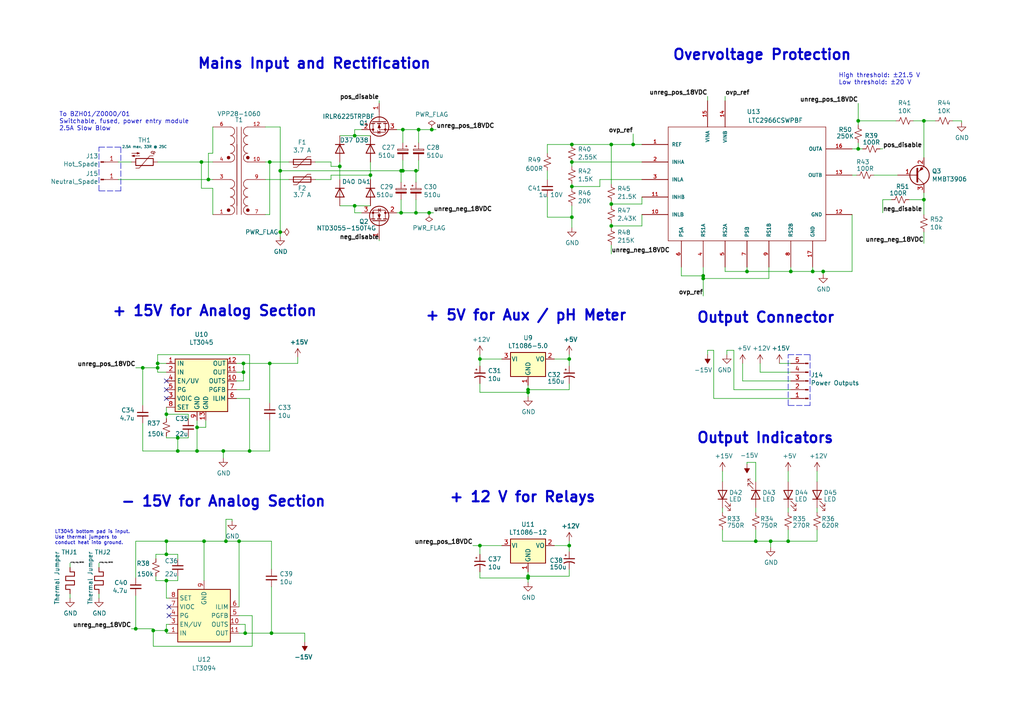
<source format=kicad_sch>
(kicad_sch (version 20211123) (generator eeschema)
  (paper "A4")
  (title_block (title "SMU Test Fixture Power Supply") (date "2021-03-05") (rev "A"))
  (junction (at 59.182 156.972))
  (junction (at 45.72 105.41))
  (junction (at 120.65 49.53))
  (junction (at 71.12 183.642))
  (junction (at 165.1 104.14))
  (junction (at 153.162 167.132))
  (junction (at 81.28 49.53))
  (junction (at 125.222 37.592))
  (junction (at 51.562 127))
  (junction (at 51.562 130.81))
  (junction (at 165.862 62.992))
  (junction (at 116.84 37.592))
  (junction (at 177.292 41.91))
  (junction (at 229.362 78.74))
  (junction (at 81.28 67.31))
  (junction (at 102.87 39.37))
  (junction (at 216.662 78.74))
  (junction (at 165.862 46.99))
  (junction (at 116.332 49.53))
  (junction (at 98.552 48.26))
  (junction (at 153.162 167.64))
  (junction (at 116.84 49.53))
  (junction (at 177.292 65.532))
  (junction (at 107.442 50.8))
  (junction (at 203.962 80.772))
  (junction (at 44.45 182.88))
  (junction (at 48.26 168.402))
  (junction (at 248.92 35.052))
  (junction (at 235.712 78.74))
  (junction (at 72.39 130.81))
  (junction (at 124.46 61.722))
  (junction (at 78.232 46.99))
  (junction (at 238.76 78.74))
  (junction (at 139.192 158.242))
  (junction (at 48.26 160.782))
  (junction (at 121.412 37.592))
  (junction (at 70.612 107.95))
  (junction (at 65.532 156.972))
  (junction (at 165.862 54.102))
  (junction (at 102.87 59.69))
  (junction (at 183.642 41.91))
  (junction (at 120.65 61.722))
  (junction (at 48.26 156.972))
  (junction (at 248.92 43.18))
  (junction (at 58.42 46.99))
  (junction (at 70.612 105.41))
  (junction (at 69.342 156.972))
  (junction (at 153.162 113.792))
  (junction (at 223.52 156.972))
  (junction (at 57.15 123.952))
  (junction (at 78.74 183.642))
  (junction (at 219.202 156.972))
  (junction (at 228.6 156.972))
  (junction (at 60.452 52.07))
  (junction (at 267.97 57.912))
  (junction (at 165.1 158.242))
  (junction (at 165.862 41.91))
  (junction (at 116.332 61.722))
  (junction (at 153.162 113.03))
  (junction (at 57.15 130.81))
  (junction (at 41.402 106.68))
  (junction (at 267.97 35.052))
  (junction (at 48.26 120.142))
  (junction (at 177.292 59.182))
  (junction (at 78.232 105.41))
  (junction (at 39.37 182.372))
  (junction (at 139.192 104.14))
  (junction (at 64.77 130.81))
  (junction (at 203.962 80.01))
  (junction (at 48.26 182.88))
  (junction (at 45.72 106.68))
  (no_connect (at 48.26 113.03))
  (no_connect (at 49.022 178.562))
  (no_connect (at 48.26 115.57))
  (no_connect (at 48.26 110.49))
  (no_connect (at 49.022 176.022))
  (wire (pts (xy 45.212 160.782) (xy 45.212 162.052)))
  (wire (pts (xy 165.1 106.172) (xy 165.1 104.14)))
  (wire (pts (xy 124.46 61.722) (xy 125.73 61.722)))
  (wire (pts (xy 67.31 150.622) (xy 67.31 151.13)))
  (wire (pts (xy 248.92 35.052) (xy 248.92 29.972)))
  (wire (pts (xy 73.152 187.452) (xy 44.45 187.452)))
  (wire (pts (xy 165.862 41.91) (xy 177.292 41.91)))
  (wire (pts (xy 69.342 176.022) (xy 69.342 156.972)))
  (wire (pts (xy 177.292 59.182) (xy 186.182 59.182)))
  (wire (pts (xy 44.45 182.88) (xy 44.45 187.452)))
  (wire (pts (xy 247.142 50.8) (xy 248.412 50.8)))
  (wire (pts (xy 212.852 101.6) (xy 212.852 113.03)))
  (wire (pts (xy 216.662 134.62) (xy 216.662 134.112)))
  (wire (pts (xy 121.412 37.592) (xy 125.222 37.592)))
  (wire (pts (xy 54.61 126.492) (xy 54.61 127)))
  (wire (pts (xy 116.332 61.722) (xy 120.65 61.722)))
  (wire (pts (xy 81.28 36.83) (xy 81.28 49.53)))
  (wire (pts (xy 120.65 61.722) (xy 124.46 61.722)))
  (wire (pts (xy 48.26 173.482) (xy 49.022 173.482)))
  (wire (pts (xy 102.87 61.722) (xy 102.87 59.69)))
  (wire (pts (xy 98.552 46.99) (xy 98.552 48.26)))
  (wire (pts (xy 278.892 35.052) (xy 278.892 35.56)))
  (wire (pts (xy 45.72 105.41) (xy 45.72 106.68)))
  (wire (pts (xy 139.192 113.792) (xy 153.162 113.792)))
  (wire (pts (xy 68.58 115.57) (xy 72.39 115.57)))
  (wire (pts (xy 219.202 153.67) (xy 219.202 156.972)))
  (wire (pts (xy 91.44 52.07) (xy 96.012 52.07)))
  (wire (pts (xy 120.65 57.912) (xy 120.65 61.722)))
  (wire (pts (xy 139.192 111.252) (xy 139.192 113.792)))
  (wire (pts (xy 228.6 156.972) (xy 236.982 156.972)))
  (wire (pts (xy 78.232 121.92) (xy 78.232 130.81)))
  (wire (pts (xy 48.26 181.102) (xy 48.26 182.88)))
  (wire (pts (xy 45.212 167.132) (xy 45.212 168.402)))
  (wire (pts (xy 39.37 156.972) (xy 39.37 167.64)))
  (wire (pts (xy 210.312 78.74) (xy 216.662 78.74)))
  (wire (pts (xy 215.392 110.49) (xy 229.362 110.49)))
  (wire (pts (xy 48.26 168.402) (xy 45.212 168.402)))
  (wire (pts (xy 70.612 107.95) (xy 70.612 105.41)))
  (wire (pts (xy 177.292 65.532) (xy 177.292 66.04)))
  (wire (pts (xy 48.26 183.642) (xy 49.022 183.642)))
  (wire (pts (xy 236.982 147.32) (xy 236.982 148.59)))
  (wire (pts (xy 20.32 164.592) (xy 20.32 163.322)))
  (wire (pts (xy 197.612 80.01) (xy 203.962 80.01)))
  (wire (pts (xy 60.452 44.45) (xy 61.722 44.45)))
  (wire (pts (xy 177.292 59.182) (xy 177.292 59.69)))
  (wire (pts (xy 41.402 130.81) (xy 41.402 122.682)))
  (wire (pts (xy 215.392 105.41) (xy 215.392 110.49)))
  (wire (pts (xy 121.412 46.482) (xy 121.412 49.53)))
  (wire (pts (xy 59.182 156.972) (xy 65.532 156.972)))
  (wire (pts (xy 177.292 64.77) (xy 177.292 65.532)))
  (wire (pts (xy 116.84 37.592) (xy 121.412 37.592)))
  (wire (pts (xy 177.292 58.42) (xy 177.292 59.182)))
  (wire (pts (xy 116.332 57.912) (xy 116.332 61.722)))
  (wire (pts (xy 78.74 170.18) (xy 78.74 183.642)))
  (wire (pts (xy 223.52 156.972) (xy 228.6 156.972)))
  (wire (pts (xy 39.37 106.68) (xy 41.402 106.68)))
  (wire (pts (xy 153.162 113.792) (xy 153.162 113.03)))
  (wire (pts (xy 51.562 130.81) (xy 41.402 130.81)))
  (wire (pts (xy 223.012 77.47) (xy 223.012 80.772)))
  (wire (pts (xy 65.532 156.972) (xy 65.532 150.622)))
  (wire (pts (xy 210.312 78.74) (xy 210.312 77.47)))
  (polyline (pts (xy 228.6 117.602) (xy 228.6 102.87)))
  (wire (pts (xy 153.162 167.132) (xy 153.162 165.862)))
  (polyline (pts (xy 234.95 102.87) (xy 234.95 117.602)))
  (wire (pts (xy 41.402 106.68) (xy 41.402 117.602)))
  (wire (pts (xy 98.552 59.69) (xy 102.87 59.69)))
  (wire (pts (xy 54.61 121.412) (xy 54.61 120.142)))
  (wire (pts (xy 73.152 178.562) (xy 73.152 187.452)))
  (wire (pts (xy 216.662 78.74) (xy 229.362 78.74)))
  (wire (pts (xy 65.532 156.972) (xy 69.342 156.972)))
  (wire (pts (xy 177.292 41.91) (xy 183.642 41.91)))
  (wire (pts (xy 220.472 105.41) (xy 220.472 107.95)))
  (wire (pts (xy 197.612 77.47) (xy 197.612 80.01)))
  (wire (pts (xy 51.562 127) (xy 51.562 130.81)))
  (wire (pts (xy 104.902 61.722) (xy 102.87 61.722)))
  (wire (pts (xy 70.612 105.41) (xy 78.232 105.41)))
  (wire (pts (xy 235.712 78.74) (xy 238.76 78.74)))
  (wire (pts (xy 165.1 113.03) (xy 153.162 113.03)))
  (wire (pts (xy 51.562 162.052) (xy 51.562 160.782)))
  (wire (pts (xy 78.74 183.642) (xy 88.392 183.642)))
  (wire (pts (xy 45.72 46.99) (xy 58.42 46.99)))
  (wire (pts (xy 139.192 106.172) (xy 139.192 104.14)))
  (wire (pts (xy 109.982 29.21) (xy 109.982 29.972)))
  (wire (pts (xy 210.82 101.6) (xy 212.852 101.6)))
  (wire (pts (xy 165.1 160.02) (xy 165.1 158.242)))
  (wire (pts (xy 64.77 130.81) (xy 64.77 132.842)))
  (wire (pts (xy 78.232 130.81) (xy 72.39 130.81)))
  (wire (pts (xy 120.65 52.832) (xy 120.65 49.53)))
  (wire (pts (xy 177.292 73.66) (xy 177.292 71.12)))
  (wire (pts (xy 116.84 46.482) (xy 116.84 49.53)))
  (wire (pts (xy 247.142 78.74) (xy 238.76 78.74)))
  (wire (pts (xy 248.92 43.18) (xy 250.19 43.18)))
  (wire (pts (xy 48.26 182.88) (xy 48.26 183.642)))
  (wire (pts (xy 256.032 57.912) (xy 256.032 61.722)))
  (wire (pts (xy 158.75 49.53) (xy 158.75 52.07)))
  (wire (pts (xy 102.87 59.69) (xy 107.442 59.69)))
  (wire (pts (xy 228.6 136.652) (xy 228.6 139.7)))
  (wire (pts (xy 253.492 50.8) (xy 260.35 50.8)))
  (wire (pts (xy 139.192 167.64) (xy 153.162 167.64)))
  (wire (pts (xy 72.39 113.03) (xy 68.58 113.03)))
  (wire (pts (xy 39.37 182.372) (xy 44.45 182.372)))
  (wire (pts (xy 45.72 106.68) (xy 45.72 107.95)))
  (wire (pts (xy 219.202 134.112) (xy 219.202 139.7)))
  (wire (pts (xy 238.76 78.74) (xy 238.76 79.502)))
  (wire (pts (xy 186.182 59.182) (xy 186.182 57.15)))
  (wire (pts (xy 69.342 156.972) (xy 78.74 156.972)))
  (wire (pts (xy 228.6 147.32) (xy 228.6 148.59)))
  (wire (pts (xy 186.182 52.07) (xy 173.99 52.07)))
  (wire (pts (xy 54.61 120.142) (xy 48.26 120.142)))
  (wire (pts (xy 76.962 36.83) (xy 81.28 36.83)))
  (wire (pts (xy 229.362 105.41) (xy 226.06 105.41)))
  (wire (pts (xy 137.16 158.242) (xy 139.192 158.242)))
  (polyline (pts (xy 28.702 42.672) (xy 35.052 42.672)))
  (wire (pts (xy 34.29 52.07) (xy 60.452 52.07)))
  (wire (pts (xy 45.72 107.95) (xy 48.26 107.95)))
  (wire (pts (xy 236.982 139.7) (xy 236.982 136.652)))
  (wire (pts (xy 44.45 182.88) (xy 48.26 182.88)))
  (wire (pts (xy 145.542 104.14) (xy 139.192 104.14)))
  (wire (pts (xy 267.97 55.88) (xy 267.97 57.912)))
  (wire (pts (xy 235.712 77.47) (xy 235.712 78.74)))
  (wire (pts (xy 139.192 104.14) (xy 139.192 102.87)))
  (wire (pts (xy 72.39 115.57) (xy 72.39 130.81)))
  (wire (pts (xy 57.15 123.952) (xy 57.15 130.81)))
  (wire (pts (xy 65.532 150.622) (xy 67.31 150.622)))
  (wire (pts (xy 153.162 115.062) (xy 153.162 113.792)))
  (wire (pts (xy 38.1 46.99) (xy 34.29 46.99)))
  (wire (pts (xy 48.26 121.412) (xy 48.26 120.142)))
  (wire (pts (xy 165.862 62.992) (xy 165.862 59.69)))
  (wire (pts (xy 165.862 46.99) (xy 165.862 48.26)))
  (wire (pts (xy 28.702 164.592) (xy 28.702 163.322)))
  (wire (pts (xy 116.84 41.402) (xy 116.84 37.592)))
  (wire (pts (xy 57.15 123.952) (xy 59.69 123.952)))
  (wire (pts (xy 109.982 69.85) (xy 109.982 69.342)))
  (wire (pts (xy 59.69 123.952) (xy 59.69 121.92)))
  (wire (pts (xy 165.862 66.04) (xy 165.862 62.992)))
  (wire (pts (xy 51.562 130.81) (xy 57.15 130.81)))
  (wire (pts (xy 276.352 35.052) (xy 278.892 35.052)))
  (wire (pts (xy 264.922 35.052) (xy 267.97 35.052)))
  (wire (pts (xy 57.15 130.81) (xy 64.77 130.81)))
  (wire (pts (xy 58.42 54.61) (xy 61.722 54.61)))
  (wire (pts (xy 207.01 101.6) (xy 207.01 115.57)))
  (wire (pts (xy 223.52 158.75) (xy 223.52 156.972)))
  (wire (pts (xy 247.142 43.18) (xy 248.92 43.18)))
  (wire (pts (xy 48.26 156.972) (xy 59.182 156.972)))
  (wire (pts (xy 125.222 37.592) (xy 126.492 37.592)))
  (wire (pts (xy 78.232 105.41) (xy 86.36 105.41)))
  (wire (pts (xy 72.39 102.87) (xy 45.72 102.87)))
  (wire (pts (xy 165.1 104.14) (xy 165.1 102.87)))
  (wire (pts (xy 165.1 165.1) (xy 165.1 167.132)))
  (wire (pts (xy 223.012 80.772) (xy 203.962 80.772)))
  (wire (pts (xy 102.87 39.37) (xy 107.442 39.37)))
  (wire (pts (xy 165.1 167.132) (xy 153.162 167.132)))
  (wire (pts (xy 71.12 183.642) (xy 78.74 183.642)))
  (wire (pts (xy 91.44 46.99) (xy 96.012 46.99)))
  (wire (pts (xy 76.962 52.07) (xy 83.82 52.07)))
  (wire (pts (xy 229.362 78.74) (xy 229.362 77.47)))
  (wire (pts (xy 229.362 78.74) (xy 235.712 78.74)))
  (wire (pts (xy 116.332 49.53) (xy 81.28 49.53)))
  (wire (pts (xy 48.26 120.142) (xy 48.26 118.11)))
  (wire (pts (xy 69.342 181.102) (xy 71.12 181.102)))
  (wire (pts (xy 207.01 115.57) (xy 229.362 115.57)))
  (wire (pts (xy 102.87 37.592) (xy 102.87 39.37)))
  (wire (pts (xy 267.97 35.052) (xy 271.272 35.052)))
  (wire (pts (xy 153.162 168.91) (xy 153.162 167.64)))
  (wire (pts (xy 44.45 182.372) (xy 44.45 182.88)))
  (wire (pts (xy 165.862 54.102) (xy 165.862 54.61)))
  (wire (pts (xy 165.1 104.14) (xy 160.782 104.14)))
  (wire (pts (xy 51.562 127) (xy 48.26 127)))
  (wire (pts (xy 158.75 62.992) (xy 165.862 62.992)))
  (wire (pts (xy 58.42 54.61) (xy 58.42 46.99)))
  (wire (pts (xy 209.55 147.32) (xy 209.55 148.59)))
  (wire (pts (xy 248.92 35.052) (xy 259.842 35.052)))
  (wire (pts (xy 158.75 57.15) (xy 158.75 62.992)))
  (wire (pts (xy 72.39 102.87) (xy 72.39 113.03)))
  (wire (pts (xy 158.75 41.91) (xy 158.75 44.45)))
  (wire (pts (xy 61.722 54.61) (xy 61.722 62.23)))
  (wire (pts (xy 210.312 29.21) (xy 210.312 27.94)))
  (wire (pts (xy 78.232 62.23) (xy 78.232 46.99)))
  (wire (pts (xy 69.342 178.562) (xy 73.152 178.562)))
  (wire (pts (xy 96.012 48.26) (xy 98.552 48.26)))
  (wire (pts (xy 41.402 106.68) (xy 45.72 106.68)))
  (wire (pts (xy 96.012 52.07) (xy 96.012 50.8)))
  (wire (pts (xy 209.55 139.7) (xy 209.55 136.652)))
  (wire (pts (xy 267.97 70.612) (xy 267.97 67.31)))
  (wire (pts (xy 54.61 127) (xy 51.562 127)))
  (wire (pts (xy 78.232 46.99) (xy 76.962 46.99)))
  (wire (pts (xy 139.192 160.782) (xy 139.192 158.242)))
  (wire (pts (xy 48.26 126.492) (xy 48.26 127)))
  (wire (pts (xy 186.182 62.23) (xy 186.182 65.532)))
  (wire (pts (xy 203.962 80.772) (xy 203.962 85.852)))
  (wire (pts (xy 61.722 44.45) (xy 61.722 36.83)))
  (wire (pts (xy 139.192 165.862) (xy 139.192 167.64)))
  (wire (pts (xy 81.28 49.53) (xy 81.28 67.31)))
  (wire (pts (xy 248.92 43.18) (xy 248.92 41.402)))
  (wire (pts (xy 57.15 121.92) (xy 57.15 123.952)))
  (wire (pts (xy 78.232 116.84) (xy 78.232 105.41)))
  (wire (pts (xy 165.1 156.972) (xy 165.1 158.242)))
  (wire (pts (xy 212.852 113.03) (xy 229.362 113.03)))
  (wire (pts (xy 248.92 36.322) (xy 248.92 35.052)))
  (wire (pts (xy 153.162 167.64) (xy 153.162 167.132)))
  (wire (pts (xy 38.1 182.372) (xy 39.37 182.372)))
  (polyline (pts (xy 35.052 42.672) (xy 35.052 55.372)))
  (wire (pts (xy 115.062 61.722) (xy 116.332 61.722)))
  (wire (pts (xy 219.202 134.112) (xy 216.662 134.112)))
  (wire (pts (xy 45.212 160.782) (xy 48.26 160.782)))
  (wire (pts (xy 153.162 111.76) (xy 153.162 113.03)))
  (wire (pts (xy 186.182 46.99) (xy 165.862 46.99)))
  (wire (pts (xy 51.562 168.402) (xy 48.26 168.402)))
  (wire (pts (xy 116.332 49.53) (xy 116.84 49.53)))
  (wire (pts (xy 64.77 130.81) (xy 72.39 130.81)))
  (wire (pts (xy 48.26 173.482) (xy 48.26 168.402)))
  (polyline (pts (xy 234.95 117.602) (xy 228.6 117.602)))
  (wire (pts (xy 165.862 54.102) (xy 165.862 53.34)))
  (wire (pts (xy 210.82 102.87) (xy 210.82 101.6)))
  (wire (pts (xy 120.65 49.53) (xy 121.412 49.53)))
  (wire (pts (xy 203.962 77.47) (xy 203.962 80.01)))
  (wire (pts (xy 68.58 107.95) (xy 70.612 107.95)))
  (wire (pts (xy 107.442 46.99) (xy 107.442 50.8)))
  (polyline (pts (xy 35.052 55.372) (xy 28.702 55.372)))
  (wire (pts (xy 116.84 49.53) (xy 120.65 49.53)))
  (wire (pts (xy 59.182 168.402) (xy 59.182 156.972)))
  (wire (pts (xy 78.74 165.1) (xy 78.74 156.972)))
  (wire (pts (xy 98.552 39.37) (xy 102.87 39.37)))
  (wire (pts (xy 165.1 111.252) (xy 165.1 113.03)))
  (wire (pts (xy 107.442 50.8) (xy 107.442 52.07)))
  (wire (pts (xy 247.142 62.23) (xy 247.142 78.74)))
  (wire (pts (xy 203.962 80.01) (xy 203.962 80.772)))
  (wire (pts (xy 76.962 62.23) (xy 78.232 62.23)))
  (wire (pts (xy 121.412 41.402) (xy 121.412 37.592)))
  (wire (pts (xy 51.562 167.132) (xy 51.562 168.402)))
  (wire (pts (xy 177.292 53.34) (xy 177.292 41.91)))
  (wire (pts (xy 39.37 182.372) (xy 39.37 172.72)))
  (wire (pts (xy 48.26 105.41) (xy 45.72 105.41)))
  (wire (pts (xy 267.97 57.912) (xy 267.97 62.23)))
  (wire (pts (xy 45.72 102.87) (xy 45.72 105.41)))
  (wire (pts (xy 96.012 50.8) (xy 107.442 50.8)))
  (wire (pts (xy 86.36 105.41) (xy 86.36 103.632)))
  (wire (pts (xy 209.55 153.67) (xy 209.55 156.972)))
  (wire (pts (xy 186.182 65.532) (xy 177.292 65.532)))
  (wire (pts (xy 48.26 160.782) (xy 51.562 160.782)))
  (wire (pts (xy 220.472 107.95) (xy 229.362 107.95)))
  (polyline (pts (xy 28.702 55.372) (xy 28.702 42.672)))
  (wire (pts (xy 219.202 148.59) (xy 219.202 147.32)))
  (wire (pts (xy 165.1 158.242) (xy 160.782 158.242)))
  (wire (pts (xy 70.612 110.49) (xy 70.612 107.95)))
  (wire (pts (xy 116.332 52.832) (xy 116.332 49.53)))
  (wire (pts (xy 58.42 46.99) (xy 61.722 46.99)))
  (wire (pts (xy 205.232 101.6) (xy 207.01 101.6)))
  (wire (pts (xy 68.58 105.41) (xy 70.612 105.41)))
  (wire (pts (xy 48.26 181.102) (xy 49.022 181.102)))
  (wire (pts (xy 173.99 52.07) (xy 173.99 54.102)))
  (wire (pts (xy 60.452 44.45) (xy 60.452 52.07)))
  (wire (pts (xy 68.58 110.49) (xy 70.612 110.49)))
  (wire (pts (xy 255.27 43.18) (xy 256.032 43.18)))
  (wire (pts (xy 115.062 37.592) (xy 116.84 37.592)))
  (wire (pts (xy 39.37 156.972) (xy 48.26 156.972)))
  (wire (pts (xy 71.12 183.642) (xy 69.342 183.642)))
  (wire (pts (xy 209.55 156.972) (xy 219.202 156.972)))
  (wire (pts (xy 96.012 48.26) (xy 96.012 46.99)))
  (wire (pts (xy 145.542 158.242) (xy 139.192 158.242)))
  (wire (pts (xy 186.182 41.91) (xy 183.642 41.91)))
  (wire (pts (xy 205.232 29.21) (xy 205.232 27.94)))
  (polyline (pts (xy 228.6 102.87) (xy 234.95 102.87)))
  (wire (pts (xy 48.26 160.782) (xy 48.26 156.972)))
  (wire (pts (xy 81.28 67.31) (xy 81.28 68.58)))
  (wire (pts (xy 267.97 45.72) (xy 267.97 35.052)))
  (wire (pts (xy 216.662 78.74) (xy 216.662 77.47)))
  (wire (pts (xy 20.32 173.482) (xy 20.32 172.212)))
  (wire (pts (xy 219.202 156.972) (xy 223.52 156.972)))
  (wire (pts (xy 183.642 41.91) (xy 183.642 38.862)))
  (wire (pts (xy 258.572 57.912) (xy 256.032 57.912)))
  (wire (pts (xy 104.902 37.592) (xy 102.87 37.592)))
  (wire (pts (xy 60.452 52.07) (xy 61.722 52.07)))
  (wire (pts (xy 228.6 153.67) (xy 228.6 156.972)))
  (wire (pts (xy 88.392 186.182) (xy 88.392 183.642)))
  (wire (pts (xy 205.232 102.87) (xy 205.232 101.6)))
  (wire (pts (xy 28.702 173.482) (xy 28.702 172.212)))
  (wire (pts (xy 236.982 153.67) (xy 236.982 156.972)))
  (wire (pts (xy 78.232 46.99) (xy 83.82 46.99)))
  (wire (pts (xy 267.97 57.912) (xy 263.652 57.912)))
  (wire (pts (xy 173.99 54.102) (xy 165.862 54.102)))
  (wire (pts (xy 71.12 181.102) (xy 71.12 183.642)))
  (wire (pts (xy 98.552 48.26) (xy 98.552 52.07)))
  (wire (pts (xy 165.862 41.91) (xy 158.75 41.91)))
  (text "LT3045 bottom pad is input.\nUse thermal jumpers to\nconduct heat into ground." (at 15.875 158.115 0) (effects (font (size 0.9906 0.9906)) (justify left bottom)))
  (text "Overvoltage Protection" (at 194.945 17.78 0) (effects (font (size 2.9972 2.9972) (thickness 0.5994) bold) (justify left bottom)))
  (text "+ 5V for Aux / pH Meter" (at 123.19 93.345 0) (effects (font (size 2.9972 2.9972) (thickness 0.5994) bold) (justify left bottom)))
  (text "Output Indicators" (at 201.93 128.905 0) (effects (font (size 2.9972 2.9972) (thickness 0.5994) bold) (justify left bottom)))
  (text "To BZH01/Z0000/01\nSwitchable, fused, power entry module\n2.5A Slow Blow" (at 17.145 38.1 0) (effects (font (size 1.27 1.27)) (justify left bottom)))
  (text "- 15V for Analog Section" (at 34.925 147.32 0) (effects (font (size 2.9972 2.9972) (thickness 0.5994) bold) (justify left bottom)))
  (text "Mains Input and Rectification" (at 57.15 20.32 0) (effects (font (size 2.9972 2.9972) (thickness 0.5994) bold) (justify left bottom)))
  (text "+ 12 V for Relays" (at 130.175 146.05 0) (effects (font (size 2.9972 2.9972) (thickness 0.5994) bold) (justify left bottom)))
  (text "+ 15V for Analog Section" (at 32.385 92.075 0) (effects (font (size 2.9972 2.9972) (thickness 0.5994) bold) (justify left bottom)))
  (text "Output Connector" (at 201.93 93.98 0) (effects (font (size 2.9972 2.9972) (thickness 0.5994) bold) (justify left bottom)))
  (text "High threshold: ±21.5 V\nLow threshold: ±20 V" (at 243.205 24.765 0) (effects (font (size 1.27 1.27)) (justify left bottom)))
  (label "ovp_ref" (at 210.312 27.94 0) (effects (font (thickness 0.254) bold)))
  (label "unreg_pos_18VDC" (at 126.492 37.592 0) (effects (font (thickness 0.254) bold)))
  (label "unreg_neg_18VDC" (at 20.32 163.322 0) (effects (font (size 0.3048 0.3048))))
  (label "unreg_pos_18VDC" (at 205.232 27.94 180) (effects (font (thickness 0.254) bold)))
  (label "pos_disable" (at 109.982 29.21 180) (effects (font (thickness 0.254) bold)))
  (label "unreg_neg_18VDC" (at 267.97 70.612 180) (effects (font (thickness 0.254) bold)))
  (label "pos_disable" (at 256.032 43.18 0) (effects (font (thickness 0.254) bold)))
  (label "ovp_ref" (at 183.642 38.862 180) (effects (font (thickness 0.254) bold)))
  (label "unreg_neg_18VDC" (at 38.1 182.372 180) (effects (font (thickness 0.254) bold)))
  (label "neg_disable" (at 256.032 61.722 0) (effects (font (thickness 0.254) bold)))
  (label "unreg_neg_18VDC" (at 125.73 61.722 0) (effects (font (thickness 0.254) bold)))
  (label "ovp_ref" (at 203.962 85.852 180) (effects (font (thickness 0.254) bold)))
  (label "unreg_neg_18VDC" (at 28.702 163.322 0) (effects (font (size 0.3048 0.3048))))
  (label "unreg_neg_18VDC" (at 177.292 73.66 0) (effects (font (thickness 0.254) bold)))
  (label "unreg_pos_18VDC" (at 248.92 29.972 180) (effects (font (thickness 0.254) bold)))
  (label "unreg_pos_18VDC" (at 137.16 158.242 180) (effects (font (thickness 0.254) bold)))
  (label "unreg_pos_18VDC" (at 39.37 106.68 180) (effects (font (thickness 0.254) bold)))
  (label "neg_disable" (at 109.982 69.85 180) (effects (font (thickness 0.254) bold)))
  (symbol (lib_id "Regulator_Linear:LT3094xMSE") (at 59.182 178.562 0) (mirror x) (unit 1)
    (property "Reference" "U12" (at 59.182 191.262 0))
    (property "Value" "LT3094" (at 59.182 193.802 0))
    (property "Footprint" "Package_SO:MSOP-12-1EP_3x4mm_P0.65mm_EP1.65x2.85mm" (effects hide))
    (property "Datasheet" "https://www.analog.com/media/en/technical-documentation/data-sheets/LT3094.pdf" (effects hide))
  )
  (symbol (lib_id "SMUTestFixture-rescue:LT3045xMSE-MAGI_Symbols") (at 58.42 109.22 0) (unit 1)
    (property "Reference" "U10" (at 58.42 97.0026 0))
    (property "Value" "LT3045" (at 58.42 99.314 0))
    (property "Footprint" "Package_SO:MSOP-12-1EP_3x4mm_P0.65mm_EP1.65x2.85mm" (effects hide))
    (property "Datasheet" "https://www.analog.com/media/en/technical-documentation/data-sheets/3045fa.pdf" (effects hide))
  )
  (symbol (lib_id "Device:R_Small_US") (at 48.26 123.952 0) (mirror y) (unit 1)
    (property "Reference" "R37" (at 46.5328 122.7836 0) (effects (justify left)))
    (property "Value" "150k" (at 47.625 125.857 0) (effects (justify left)))
    (property "Footprint" "Resistor_SMD:R_0805_2012Metric_Pad1.20x1.40mm_HandSolder" (effects hide))
  )
  (symbol (lib_id "Device:R_Small_US") (at 45.212 164.592 0) (mirror y) (unit 1)
    (property "Reference" "R38" (at 43.4848 163.4236 0) (effects (justify left)))
    (property "Value" "150k" (at 44.577 166.497 0) (effects (justify left)))
    (property "Footprint" "Resistor_SMD:R_0805_2012Metric_Pad1.20x1.40mm_HandSolder" (effects hide))
  )
  (symbol (lib_id "Device:C_Small") (at 54.61 123.952 0) (unit 1)
    (property "Reference" "C35" (at 50.8 121.412 0) (effects (justify left)))
    (property "Value" "22u" (at 50.8 125.857 0) (effects (justify left)))
    (property "Footprint" "Capacitor_SMD:C_0805_2012Metric_Pad1.18x1.45mm_HandSolder" (effects hide))
  )
  (symbol (lib_id "Device:C_Small") (at 51.562 164.592 0) (unit 1)
    (property "Reference" "C36" (at 47.752 162.687 0) (effects (justify left)))
    (property "Value" "22u" (at 47.752 166.497 0) (effects (justify left)))
    (property "Footprint" "Capacitor_SMD:C_0805_2012Metric_Pad1.18x1.45mm_HandSolder" (effects hide))
  )
  (symbol (lib_id "Device:Polyfuse") (at 87.63 46.99 270) (unit 1)
    (property "Reference" "F1" (at 87.63 41.275 90))
    (property "Value" "3.7 A" (at 87.63 43.5864 90))
    (property "Footprint" "Fuse:Fuse_2920_7451Metric_Pad2.10x5.45mm_HandSolder" (effects hide))
    (property "Datasheet" "https://www.mouser.com/datasheet/2/240/Littelfuse_PTC_2920L_Datasheet.pdf-365479.pdf" (effects hide))
    (property "PN" "2920L185" (effects hide))
  )
  (symbol (lib_id "power:+15V") (at 86.36 103.632 0) (unit 1)
    (property "Reference" "#PWR074" (effects hide))
    (property "Value" "+15V" (at 86.741 99.2378 0) (effects (font bold)))
  )
  (symbol (lib_id "power:-15V") (at 88.392 186.182 180) (unit 1)
    (property "Reference" "#PWR081" (effects hide))
    (property "Value" "-15V" (at 88.011 190.5762 0) (effects (font bold)))
  )
  (symbol (lib_id "Device:Polyfuse") (at 87.63 52.07 270) (unit 1)
    (property "Reference" "F2" (at 87.63 54.61 90))
    (property "Value" "3.7 A" (at 87.63 56.515 90))
    (property "Footprint" "Fuse:Fuse_2920_7451Metric_Pad2.10x5.45mm_HandSolder" (effects hide))
    (property "Datasheet" "https://www.mouser.com/datasheet/2/240/Littelfuse_PTC_2920L_Datasheet.pdf-365479.pdf" (effects hide))
    (property "PN" "2920L185" (effects hide))
  )
  (symbol (lib_id "SMUTestFixture-rescue:VPP28-1060-MAGI_Symbols") (at 69.342 49.53 0) (unit 1)
    (property "Reference" "T1" (at 69.342 34.7726 0))
    (property "Value" "VPP28-1060" (at 69.342 33.02 0))
    (property "Footprint" "MAGI_Footprints:XFMR_VPP28-1060" (effects hide))
    (property "Datasheet" "https://www.mouser.com/datasheet/2/410/VPP36_820-781788.pdf" (effects hide))
    (property "PN" "VPP28-1060" (effects hide))
    (property "MANUFACTURER" "TRIAD" (effects hide))
    (property "STANDARD" "IPC-7251" (effects hide))
  )
  (symbol (lib_id "Device:Thermistor_NTC") (at 41.91 46.99 270) (unit 1)
    (property "Reference" "TH1" (at 41.91 40.64 90))
    (property "Value" "2.5A max, 33R @ 25C" (at 41.91 42.545 90) (effects (font (size 0.762 0.762))))
    (property "Footprint" "MAGI_Footprints:NTC d=15 p=7p5mm w=7mm" (effects hide))
    (property "PN" "B57237S0330M051 " (effects hide))
  )
  (symbol (lib_id "Device:C_Small") (at 39.37 170.18 0) (mirror y) (unit 1)
    (property "Reference" "C40" (at 37.0332 169.0116 0) (effects (justify left)))
    (property "Value" "4.7u" (at 37.0332 171.323 0) (effects (justify left)))
    (property "Footprint" "Capacitor_SMD:C_0805_2012Metric_Pad1.18x1.45mm_HandSolder" (effects hide))
  )
  (symbol (lib_id "Device:D") (at 98.552 43.18 270) (unit 1)
    (property "Reference" "D37" (at 98.552 40.64 90) (effects (justify left)))
    (property "Value" "D" (effects hide))
    (property "Footprint" "Package_TO_SOT_SMD:TO-263-2" (effects hide))
    (property "Datasheet" "https://www.vishay.com/docs/96045/vs-8eth06shm3.pdf" (effects hide))
    (property "PN" "VS-8ETH06SHM3" (effects hide))
  )
  (symbol (lib_id "Device:D") (at 107.442 43.18 270) (unit 1)
    (property "Reference" "D38" (at 102.997 40.64 90) (effects (justify left)))
    (property "Value" "D" (effects hide))
    (property "Footprint" "Package_TO_SOT_SMD:TO-263-2" (effects hide))
    (property "Datasheet" "https://www.vishay.com/docs/96045/vs-8eth06shm3.pdf" (effects hide))
    (property "PN" "VS-8ETH06SHM3" (effects hide))
  )
  (symbol (lib_id "Device:D") (at 98.552 55.88 270) (unit 1)
    (property "Reference" "D40" (at 99.187 52.705 90) (effects (justify left)))
    (property "Value" "D" (effects hide))
    (property "Footprint" "Package_TO_SOT_SMD:TO-263-2" (effects hide))
    (property "Datasheet" "https://www.vishay.com/docs/96045/vs-8eth06shm3.pdf" (effects hide))
    (property "PN" "VS-8ETH06SHM3" (effects hide))
  )
  (symbol (lib_id "Device:D") (at 107.442 55.88 270) (unit 1)
    (property "Reference" "D41" (at 103.632 52.705 90) (effects (justify left)))
    (property "Value" "D" (effects hide))
    (property "Footprint" "Package_TO_SOT_SMD:TO-263-2" (effects hide))
    (property "Datasheet" "https://www.vishay.com/docs/96045/vs-8eth06shm3.pdf" (effects hide))
    (property "PN" "VS-8ETH06SHM3" (effects hide))
  )
  (symbol (lib_id "SMUTestFixture-rescue:CP_Small-Device") (at 121.412 43.942 0) (unit 1)
    (property "Reference" "C28" (at 123.6472 42.7736 0) (effects (justify left)))
    (property "Value" "510u" (at 123.6472 45.085 0) (effects (justify left)))
    (property "Footprint" "Capacitor_SMD:CP_Elec_18x22" (effects hide))
    (property "Datasheet" "https://www.mouser.com/datasheet/2/293/e_ucm-883824.pdf" (effects hide))
    (property "PN" "UCM2A511MNJ1MS " (effects hide))
  )
  (symbol (lib_id "SMUTestFixture-rescue:CP1_Small-Device") (at 165.1 162.56 0) (unit 1)
    (property "Reference" "C38" (at 159.385 162.56 0) (effects (justify left)))
    (property "Value" "150u" (at 159.385 164.465 0) (effects (justify left)))
    (property "Footprint" "Capacitor_SMD:CP_Elec_10x10" (effects hide))
    (property "Datasheet" "https://www.mouser.com/datasheet/2/293/e_uhe-1919106.pdf" (effects hide))
    (property "PN" "UUD1H151MNL1GS" (effects hide))
  )
  (symbol (lib_id "SMUTestFixture-rescue:CP1_Small-Device") (at 139.192 163.322 0) (unit 1)
    (property "Reference" "C37" (at 141.5034 162.1536 0) (effects (justify left)))
    (property "Value" "10u" (at 141.5034 164.465 0) (effects (justify left)))
    (property "Footprint" "Capacitor_SMD:CP_Elec_6.3x5.8" (effects hide))
    (property "Datasheet" "https://www.mouser.com/datasheet/2/293/e_uud-1513238.pdf" (effects hide))
    (property "PN" "UUD1H100MCL1GS" (effects hide))
  )
  (symbol (lib_id "Device:LED") (at 228.6 143.51 90) (unit 1)
    (property "Reference" "D44" (at 230.505 142.875 90) (effects (justify right)))
    (property "Value" "LED" (at 230.505 144.78 90) (effects (justify right)))
    (property "Footprint" "LED_THT:LED_D3.0mm_Horizontal_O6.35mm_Z2.0mm" (effects hide))
    (property "pn" "TLHR4400-AS12Z" (effects hide))
  )
  (symbol (lib_id "Device:LED") (at 236.982 143.51 90) (unit 1)
    (property "Reference" "D45" (at 238.887 142.875 90) (effects (justify right)))
    (property "Value" "LED" (at 238.887 144.78 90) (effects (justify right)))
    (property "Footprint" "LED_THT:LED_D3.0mm_Horizontal_O6.35mm_Z2.0mm" (effects hide))
    (property "PN" "TLHR4400-AS12Z" (effects hide))
  )
  (symbol (lib_id "Device:LED") (at 209.55 143.51 90) (unit 1)
    (property "Reference" "D42" (at 211.455 142.875 90) (effects (justify right)))
    (property "Value" "LED" (at 211.455 144.78 90) (effects (justify right)))
    (property "Footprint" "LED_THT:LED_D3.0mm_Horizontal_O6.35mm_Z2.0mm" (effects hide))
    (property "PN" "TLHR4400-AS12Z" (effects hide))
  )
  (symbol (lib_id "Device:LED") (at 219.202 143.51 270) (unit 1)
    (property "Reference" "D43" (at 221.107 142.875 90) (effects (justify left)))
    (property "Value" "LED" (at 221.107 144.78 90) (effects (justify left)))
    (property "Footprint" "LED_THT:LED_D3.0mm_Horizontal_O6.35mm_Z2.0mm" (effects hide))
    (property "PN" "TLHR4400-AS12Z" (effects hide))
  )
  (symbol (lib_id "Device:R_Small_US") (at 228.6 151.13 0) (unit 1)
    (property "Reference" "R35" (at 229.87 150.495 0) (effects (justify left)))
    (property "Value" "270R" (at 229.87 152.4 0) (effects (justify left)))
    (property "Footprint" "Resistor_SMD:R_0805_2012Metric_Pad1.20x1.40mm_HandSolder" (effects hide))
  )
  (symbol (lib_id "Device:R_Small_US") (at 236.982 151.13 0) (unit 1)
    (property "Reference" "R36" (at 238.252 150.495 0) (effects (justify left)))
    (property "Value" "620R" (at 238.252 152.4 0) (effects (justify left)))
    (property "Footprint" "Resistor_SMD:R_0805_2012Metric_Pad1.20x1.40mm_HandSolder" (effects hide))
  )
  (symbol (lib_id "Device:R_Small_US") (at 209.55 151.13 0) (unit 1)
    (property "Reference" "R33" (at 210.82 150.495 0) (effects (justify left)))
    (property "Value" "750R" (at 210.82 152.4 0) (effects (justify left)))
    (property "Footprint" "Resistor_SMD:R_0805_2012Metric_Pad1.20x1.40mm_HandSolder" (effects hide))
  )
  (symbol (lib_id "Device:R_Small_US") (at 219.202 151.13 0) (unit 1)
    (property "Reference" "R34" (at 220.472 150.495 0) (effects (justify left)))
    (property "Value" "750R" (at 220.472 152.4 0) (effects (justify left)))
    (property "Footprint" "Resistor_SMD:R_0805_2012Metric_Pad1.20x1.40mm_HandSolder" (effects hide))
  )
  (symbol (lib_id "power:GND") (at 223.52 158.75 0) (unit 1)
    (property "Reference" "#PWR076" (effects hide))
    (property "Value" "GND" (at 223.647 163.1442 0))
  )
  (symbol (lib_id "Connector:Conn_01x05_Male") (at 234.442 110.49 180) (unit 1)
    (property "Reference" "J14" (at 235.1532 108.7628 0) (effects (justify right)))
    (property "Value" "Power Outputs" (at 235.1532 111.0742 0) (effects (justify right)))
    (property "Footprint" "Connector_PinHeader_2.54mm:PinHeader_1x05_P2.54mm_Horizontal" (effects hide))
  )
  (symbol (lib_id "power:+15V") (at 226.06 105.41 0) (unit 1)
    (property "Reference" "#PWR067" (effects hide))
    (property "Value" "+15V" (at 226.441 101.0158 0))
  )
  (symbol (lib_id "power:+12V") (at 220.472 105.41 0) (unit 1)
    (property "Reference" "#PWR066" (effects hide))
    (property "Value" "+12V" (at 220.853 101.0158 0))
  )
  (symbol (lib_id "power:+5V") (at 215.392 105.41 0) (unit 1)
    (property "Reference" "#PWR065" (effects hide))
    (property "Value" "+5V" (at 215.773 101.0158 0))
  )
  (symbol (lib_id "power:GND") (at 210.82 102.87 0) (unit 1)
    (property "Reference" "#PWR064" (effects hide))
    (property "Value" "GND" (at 210.185 107.315 0))
  )
  (symbol (lib_id "power:-15V") (at 205.232 102.87 180) (unit 1)
    (property "Reference" "#PWR063" (effects hide))
    (property "Value" "-15V" (at 203.962 107.315 0))
  )
  (symbol (lib_id "power:PWR_FLAG") (at 81.28 67.31 270) (unit 1)
    (property "Reference" "#FLG03" (effects hide))
    (property "Value" "PWR_FLAG" (at 71.12 67.31 90) (effects (justify left)))
  )
  (symbol (lib_id "power:PWR_FLAG") (at 125.222 37.592 0) (unit 1)
    (property "Reference" "#FLG01" (effects hide))
    (property "Value" "PWR_FLAG" (at 125.222 33.1978 0))
  )
  (symbol (lib_id "power:PWR_FLAG") (at 124.46 61.722 180) (unit 1)
    (property "Reference" "#FLG02" (effects hide))
    (property "Value" "PWR_FLAG" (at 124.46 66.1162 0))
  )
  (symbol (lib_id "Device:C_Small") (at 78.232 119.38 0) (unit 1)
    (property "Reference" "C33" (at 80.5688 118.2116 0) (effects (justify left)))
    (property "Value" "10u" (at 80.5688 120.523 0) (effects (justify left)))
    (property "Footprint" "MAGI_Footprints:C_0805_2012Metric_Pad1.18x1.45mm_HandSolder_Kelvin" (effects hide))
  )
  (symbol (lib_id "Device:C_Small") (at 78.74 167.64 0) (unit 1)
    (property "Reference" "C39" (at 81.0768 166.4716 0) (effects (justify left)))
    (property "Value" "10u" (at 81.0768 168.783 0) (effects (justify left)))
    (property "Footprint" "MAGI_Footprints:C_0805_2012Metric_Pad1.18x1.45mm_HandSolder_Kelvin" (effects hide))
  )
  (symbol (lib_id "power:GND") (at 20.32 173.482 0) (unit 1)
    (property "Reference" "#PWR0101" (effects hide))
    (property "Value" "GND" (at 20.447 177.8762 0))
  )
  (symbol (lib_id "power:GND") (at 28.702 173.482 0) (unit 1)
    (property "Reference" "#PWR0102" (effects hide))
    (property "Value" "GND" (at 28.829 177.8762 0))
  )
  (symbol (lib_id "SMUTestFixture-rescue:MEMRISTOR-Device") (at 28.702 168.402 0) (unit 1)
    (property "Reference" "THJ2" (at 27.432 160.147 0) (effects (justify left)))
    (property "Value" "Thermal Jumper" (at 26.162 175.387 90) (effects (justify left)))
    (property "Footprint" "Capacitor_SMD:C_0805_2012Metric_Pad1.18x1.45mm_HandSolder" (effects hide))
  )
  (symbol (lib_id "SMUTestFixture-rescue:MEMRISTOR-Device") (at 20.32 168.402 0) (unit 1)
    (property "Reference" "THJ1" (at 17.78 160.147 0) (effects (justify left)))
    (property "Value" "Thermal Jumper" (at 16.51 175.387 90) (effects (justify left)))
    (property "Footprint" "Capacitor_SMD:C_0805_2012Metric_Pad1.18x1.45mm_HandSolder" (effects hide))
  )
  (symbol (lib_id "SMUTestFixture-rescue:CP_Small-Device") (at 116.84 43.942 0) (mirror y) (unit 1)
    (property "Reference" "C27" (at 114.6048 42.7736 0) (effects (justify left)))
    (property "Value" "510u" (at 114.6048 45.085 0) (effects (justify left)))
    (property "Footprint" "Capacitor_SMD:CP_Elec_18x22" (effects hide))
    (property "Datasheet" "https://www.mouser.com/datasheet/2/293/e_ucm-883824.pdf" (effects hide))
    (property "PN" "UCM2A511MNJ1MS" (effects hide))
  )
  (symbol (lib_id "SMUTestFixture-rescue:CP_Small-Device") (at 120.65 55.372 0) (unit 1)
    (property "Reference" "C30" (at 122.8852 54.2036 0) (effects (justify left)))
    (property "Value" "510u" (at 122.8852 56.515 0) (effects (justify left)))
    (property "Footprint" "Capacitor_SMD:CP_Elec_18x22" (effects hide))
    (property "Datasheet" "https://www.mouser.com/datasheet/2/293/e_ucm-883824.pdf" (effects hide))
    (property "PN" "UCM2A511MNJ1MS " (effects hide))
  )
  (symbol (lib_id "SMUTestFixture-rescue:CP_Small-Device") (at 116.332 55.372 0) (mirror y) (unit 1)
    (property "Reference" "C29" (at 114.0968 54.2036 0) (effects (justify left)))
    (property "Value" "510u" (at 114.0968 56.515 0) (effects (justify left)))
    (property "Footprint" "Capacitor_SMD:CP_Elec_18x22" (effects hide))
    (property "Datasheet" "https://www.mouser.com/datasheet/2/293/e_ucm-883824.pdf" (effects hide))
    (property "PN" "UVY1J472MRD" (effects hide))
  )
  (symbol (lib_id "power:+15V") (at 209.55 136.652 0) (unit 1)
    (property "Reference" "#PWR070" (effects hide))
    (property "Value" "+15V" (at 209.931 132.2578 0))
  )
  (symbol (lib_id "power:+12V") (at 236.982 136.652 0) (unit 1)
    (property "Reference" "#PWR072" (effects hide))
    (property "Value" "+12V" (at 237.363 132.2578 0))
  )
  (symbol (lib_id "power:+5V") (at 228.6 136.652 0) (unit 1)
    (property "Reference" "#PWR071" (effects hide))
    (property "Value" "+5V" (at 228.981 132.2578 0))
  )
  (symbol (lib_id "power:-15V") (at 216.662 134.62 180) (unit 1)
    (property "Reference" "#PWR069" (effects hide))
    (property "Value" "-15V" (at 217.297 132.08 0))
  )
  (symbol (lib_id "power:GND") (at 64.77 132.842 0) (unit 1)
    (property "Reference" "#PWR077" (effects hide))
    (property "Value" "GND" (at 64.897 137.2362 0))
  )
  (symbol (lib_id "SMUTestFixture-rescue:LTC2966_QFN-MAGI_Symbols") (at 215.392 50.8 0) (unit 1)
    (property "Reference" "U13" (at 218.567 32.385 0))
    (property "Value" "LTC2966CSWPBF" (at 224.917 34.925 0))
    (property "Footprint" "Package_DFN_QFN:QFN-16-1EP_3x3mm_P0.5mm_EP1.45x1.45mm" (effects hide))
    (property "VENDOR" "Linear Technology" (effects hide))
    (property "MANUFACTURER_PART_NUMBER" "ltc2966csw#pbf" (effects hide))
  )
  (symbol (lib_id "power:GND") (at 238.76 79.502 0) (unit 1)
    (property "Reference" "#PWR085" (effects hide))
    (property "Value" "GND" (at 238.887 83.8962 0))
  )
  (symbol (lib_id "power:GND") (at 67.31 151.13 0) (unit 1)
    (property "Reference" "#PWR078" (effects hide))
    (property "Value" "GND" (at 67.437 155.5242 0))
  )
  (symbol (lib_id "Device:C_Small") (at 41.402 120.142 0) (mirror y) (unit 1)
    (property "Reference" "C34" (at 39.0652 118.9736 0) (effects (justify left)))
    (property "Value" "4.7u" (at 39.0652 121.285 0) (effects (justify left)))
    (property "Footprint" "Capacitor_SMD:C_0805_2012Metric_Pad1.18x1.45mm_HandSolder" (effects hide))
  )
  (symbol (lib_id "Device:R_Small_US") (at 177.292 55.88 0) (unit 1)
    (property "Reference" "R45" (at 179.0192 54.7116 0) (effects (justify left)))
    (property "Value" "21.5K" (at 179.0192 57.023 0) (effects (justify left)))
    (property "Footprint" "Resistor_SMD:R_0603_1608Metric_Pad0.98x0.95mm_HandSolder" (effects hide))
  )
  (symbol (lib_id "Device:R_Small_US") (at 177.292 62.23 0) (unit 1)
    (property "Reference" "R47" (at 179.0192 61.0616 0) (effects (justify left)))
    (property "Value" "2.43K" (at 179.0192 63.373 0) (effects (justify left)))
    (property "Footprint" "Resistor_SMD:R_0603_1608Metric_Pad0.98x0.95mm_HandSolder" (effects hide))
  )
  (symbol (lib_id "Device:R_Small_US") (at 177.292 68.58 0) (unit 1)
    (property "Reference" "R48" (at 179.0192 67.4116 0) (effects (justify left)))
    (property "Value" "215K" (at 179.0192 69.723 0) (effects (justify left)))
    (property "Footprint" "Resistor_SMD:R_0603_1608Metric_Pad0.98x0.95mm_HandSolder" (effects hide))
  )
  (symbol (lib_id "Device:R_Small_US") (at 165.862 44.45 0) (unit 1)
    (property "Reference" "R40" (at 167.5892 43.2816 0) (effects (justify left)))
    (property "Value" "2.55K" (at 167.5892 45.593 0) (effects (justify left)))
    (property "Footprint" "Resistor_SMD:R_0603_1608Metric_Pad0.98x0.95mm_HandSolder" (effects hide))
  )
  (symbol (lib_id "Device:R_Small_US") (at 165.862 50.8 0) (unit 1)
    (property "Reference" "R42" (at 167.5892 49.6316 0) (effects (justify left)))
    (property "Value" "1.5K" (at 167.5892 51.943 0) (effects (justify left)))
    (property "Footprint" "Resistor_SMD:R_0603_1608Metric_Pad0.98x0.95mm_HandSolder" (effects hide))
  )
  (symbol (lib_id "Device:R_Small_US") (at 165.862 57.15 0) (unit 1)
    (property "Reference" "R46" (at 167.5892 55.9816 0) (effects (justify left)))
    (property "Value" "20K" (at 167.5892 58.293 0) (effects (justify left)))
    (property "Footprint" "Resistor_SMD:R_0603_1608Metric_Pad0.98x0.95mm_HandSolder" (effects hide))
  )
  (symbol (lib_id "power:GND") (at 165.862 66.04 0) (unit 1)
    (property "Reference" "#PWR084" (effects hide))
    (property "Value" "GND" (at 165.989 70.4342 0))
  )
  (symbol (lib_id "Regulator_Linear:LT1086-12") (at 153.162 158.242 0) (unit 1)
    (property "Reference" "U11" (at 153.162 152.0952 0))
    (property "Value" "LT1086-12" (at 153.162 154.4066 0))
    (property "Footprint" "Package_TO_SOT_THT:TO-220-3_Vertical" (effects hide))
    (property "Datasheet" "https://www.analog.com/media/en/technical-documentation/data-sheets/1086ffs.pdf" (effects hide))
  )
  (symbol (lib_id "power:GND") (at 153.162 168.91 0) (unit 1)
    (property "Reference" "#PWR080" (effects hide))
    (property "Value" "GND" (at 153.289 173.3042 0))
  )
  (symbol (lib_id "power:+12V") (at 165.1 156.972 0) (unit 1)
    (property "Reference" "#PWR079" (effects hide))
    (property "Value" "+12V" (at 165.481 152.5778 0) (effects (font bold)))
  )
  (symbol (lib_id "power:GND") (at 81.28 68.58 0) (unit 1)
    (property "Reference" "#PWR068" (effects hide))
    (property "Value" "GND" (at 81.407 72.9742 0))
  )
  (symbol (lib_id "Device:Q_NMOS_GDS") (at 109.982 35.052 90) (mirror x) (unit 1)
    (property "Reference" "Q1" (at 105.537 35.687 90))
    (property "Value" "IRLR6225TRPBF" (at 101.092 33.782 90))
    (property "Footprint" "Package_TO_SOT_SMD:TO-252-2" (effects hide))
    (property "Datasheet" "https://www.mouser.com/datasheet/2/196/irlr6225pbf-1732891.pdf" (effects hide))
    (property "PN" "IRLR6225TRPBF" (effects hide))
  )
  (symbol (lib_id "Device:Q_NMOS_GDS") (at 109.982 64.262 270) (mirror x) (unit 1)
    (property "Reference" "Q2" (at 105.537 64.262 90))
    (property "Value" "NTD3055-150T4G" (at 100.457 66.167 90))
    (property "Footprint" "Package_TO_SOT_SMD:TO-252-2" (effects hide))
    (property "Datasheet" "https://www.mouser.com/datasheet/2/308/NTD3055_150_D-1813976.pdf" (effects hide))
    (property "PN" "NTD3055-150T4G" (effects hide))
  )
  (symbol (lib_id "Device:R_Small_US") (at 252.73 43.18 270) (unit 1)
    (property "Reference" "R39" (at 252.73 39.37 90))
    (property "Value" "100R" (at 252.73 41.275 90))
    (property "Footprint" "Resistor_SMD:R_0603_1608Metric_Pad0.98x0.95mm_HandSolder" (effects hide))
  )
  (symbol (lib_id "Device:R_Small_US") (at 250.952 50.8 90) (unit 1)
    (property "Reference" "R43" (at 252.222 46.99 90) (effects (justify left)))
    (property "Value" "100R" (at 253.492 48.895 90) (effects (justify left)))
    (property "Footprint" "Resistor_SMD:R_0603_1608Metric_Pad0.98x0.95mm_HandSolder" (effects hide))
  )
  (symbol (lib_id "Connector:Conn_01x01_Male") (at 29.21 46.99 0) (mirror x) (unit 1)
    (property "Reference" "J13" (at 28.4988 45.2628 0) (effects (justify right)))
    (property "Value" "Hot_Spade" (at 28.4988 47.5742 0) (effects (justify right)))
    (property "Footprint" "MAGI_Footprints:p250_spade" (effects hide))
    (property "PN" "1217136-1" (effects hide))
  )
  (symbol (lib_id "Connector:Conn_01x01_Male") (at 29.21 52.07 0) (mirror x) (unit 1)
    (property "Reference" "J15" (at 28.4988 50.3428 0) (effects (justify right)))
    (property "Value" "Neutral_Spade" (at 28.4988 52.6542 0) (effects (justify right)))
    (property "Footprint" "MAGI_Footprints:p250_spade" (effects hide))
    (property "PN" "1217136-1" (effects hide))
  )
  (symbol (lib_id "Device:R_Small_US") (at 158.75 46.99 0) (unit 1)
    (property "Reference" "R49" (at 153.035 46.355 0) (effects (justify left)))
    (property "Value" "600R" (at 152.4 48.895 0) (effects (justify left)))
    (property "Footprint" "Resistor_SMD:R_0603_1608Metric_Pad0.98x0.95mm_HandSolder" (effects hide))
  )
  (symbol (lib_id "Device:C_Small") (at 158.75 54.61 0) (unit 1)
    (property "Reference" "C41" (at 153.035 54.61 0) (effects (justify left)))
    (property "Value" "1u 10V" (at 156.21 56.515 0) (effects (justify left)))
    (property "Footprint" "Capacitor_SMD:C_0603_1608Metric_Pad1.08x0.95mm_HandSolder" (effects hide))
  )
  (symbol (lib_id "Regulator_Linear:LT1086-5.0") (at 153.162 104.14 0) (unit 1)
    (property "Reference" "U9" (at 153.162 97.9932 0))
    (property "Value" "LT1086-5.0" (at 153.162 100.3046 0))
    (property "Footprint" "Package_TO_SOT_THT:TO-220-3_Vertical" (effects hide))
    (property "Datasheet" "https://www.analog.com/media/en/technical-documentation/data-sheets/1086ffs.pdf" (effects hide))
  )
  (symbol (lib_id "power:GND") (at 153.162 115.062 0) (unit 1)
    (property "Reference" "#PWR075" (effects hide))
    (property "Value" "GND" (at 153.289 119.4562 0))
  )
  (symbol (lib_id "SMUTestFixture-rescue:CP1_Small-Device") (at 165.1 108.712 0) (unit 1)
    (property "Reference" "C32" (at 158.75 108.712 0) (effects (justify left)))
    (property "Value" "150u" (at 158.75 110.617 0) (effects (justify left)))
    (property "Footprint" "Capacitor_SMD:CP_Elec_10x10" (effects hide))
    (property "Datasheet" "https://www.mouser.com/datasheet/2/293/e_uhe-1919106.pdf" (effects hide))
    (property "PN" "UUD1H151MNL1GS" (effects hide))
  )
  (symbol (lib_id "SMUTestFixture-rescue:CP1_Small-Device") (at 139.192 108.712 0) (unit 1)
    (property "Reference" "C31" (at 141.5034 107.5436 0) (effects (justify left)))
    (property "Value" "10u" (at 141.5034 109.855 0) (effects (justify left)))
    (property "Footprint" "Capacitor_SMD:CP_Elec_6.3x5.8" (effects hide))
    (property "Datasheet" "https://www.mouser.com/datasheet/2/293/e_uud-1513238.pdf" (effects hide))
    (property "PN" "UUD1H100MCL1GS" (effects hide))
  )
  (symbol (lib_id "power:+5V") (at 165.1 102.87 0) (unit 1)
    (property "Reference" "#PWR073" (effects hide))
    (property "Value" "+5V" (at 165.481 98.4758 0) (effects (font bold)))
  )
  (symbol (lib_id "power:+12V") (at 139.192 102.87 0) (unit 1)
    (property "Reference" "#PWR0103" (effects hide))
    (property "Value" "+12V" (at 139.573 98.4758 0))
  )
  (symbol (lib_id "Device:R_Small_US") (at 248.92 38.862 0) (unit 1)
    (property "Reference" "R50" (at 243.205 37.592 0) (effects (justify left)))
    (property "Value" "250K" (at 242.57 39.497 0) (effects (justify left)))
    (property "Footprint" "Resistor_SMD:R_0603_1608Metric_Pad0.98x0.95mm_HandSolder" (effects hide))
  )
  (symbol (lib_id "Transistor_BJT:MMBT3906") (at 265.43 50.8 0) (mirror x) (unit 1)
    (property "Reference" "Q3" (at 270.2814 49.6316 0) (effects (justify left)))
    (property "Value" "MMBT3906" (at 270.2814 51.943 0) (effects (justify left)))
    (property "Footprint" "Package_TO_SOT_SMD:SOT-23" (effects hide))
    (property "Datasheet" "https://www.onsemi.com/pub/Collateral/2N3906-D.PDF" (effects hide))
  )
  (symbol (lib_id "Device:R_Small_US") (at 262.382 35.052 270) (unit 1)
    (property "Reference" "R41" (at 262.382 29.845 90))
    (property "Value" "10K" (at 262.382 32.1564 90))
    (property "Footprint" "Resistor_SMD:R_0603_1608Metric_Pad0.98x0.95mm_HandSolder" (effects hide))
  )
  (symbol (lib_id "Device:R_Small_US") (at 273.812 35.052 270) (unit 1)
    (property "Reference" "R44" (at 273.812 29.845 90))
    (property "Value" "10K" (at 273.812 32.1564 90))
    (property "Footprint" "Resistor_SMD:R_0603_1608Metric_Pad0.98x0.95mm_HandSolder" (effects hide))
  )
  (symbol (lib_id "power:GND") (at 278.892 35.56 0) (unit 1)
    (property "Reference" "#PWR082" (effects hide))
    (property "Value" "GND" (at 279.019 39.9542 0))
  )
  (symbol (lib_id "Device:R_Small_US") (at 267.97 64.77 0) (unit 1)
    (property "Reference" "R52" (at 269.6972 63.6016 0) (effects (justify left)))
    (property "Value" "10k" (at 269.6972 65.913 0) (effects (justify left)))
    (property "Footprint" "Resistor_SMD:R_0603_1608Metric_Pad0.98x0.95mm_HandSolder" (effects hide))
  )
  (symbol (lib_id "Device:R_Small_US") (at 261.112 57.912 270) (unit 1)
    (property "Reference" "R51" (at 259.842 54.102 90) (effects (justify left)))
    (property "Value" "100R" (at 257.937 56.007 90) (effects (justify left)))
    (property "Footprint" "Resistor_SMD:R_0603_1608Metric_Pad0.98x0.95mm_HandSolder" (effects hide))
  )
)
</source>
